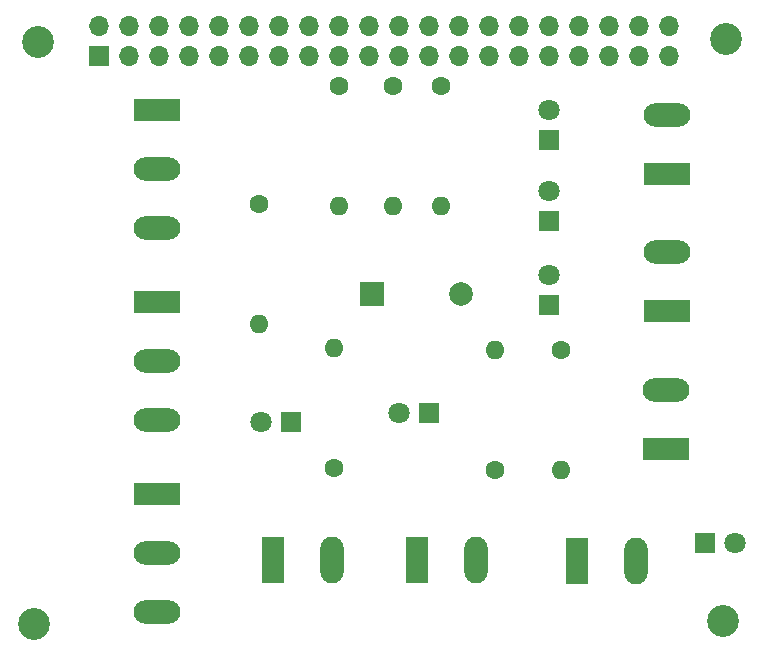
<source format=gbr>
G04 #@! TF.GenerationSoftware,KiCad,Pcbnew,(5.1.7)-1*
G04 #@! TF.CreationDate,2020-11-02T15:49:25+01:00*
G04 #@! TF.ProjectId,raspberrypi-gpio-40pin,72617370-6265-4727-9279-70692d677069,rev?*
G04 #@! TF.SameCoordinates,Original*
G04 #@! TF.FileFunction,Soldermask,Top*
G04 #@! TF.FilePolarity,Negative*
%FSLAX46Y46*%
G04 Gerber Fmt 4.6, Leading zero omitted, Abs format (unit mm)*
G04 Created by KiCad (PCBNEW (5.1.7)-1) date 2020-11-02 15:49:25*
%MOMM*%
%LPD*%
G01*
G04 APERTURE LIST*
%ADD10O,1.600000X1.600000*%
%ADD11C,1.600000*%
%ADD12R,1.980000X3.960000*%
%ADD13O,1.980000X3.960000*%
%ADD14R,2.000000X2.000000*%
%ADD15C,2.000000*%
%ADD16O,3.960000X1.980000*%
%ADD17R,3.960000X1.980000*%
%ADD18C,2.700000*%
%ADD19R,1.800000X1.800000*%
%ADD20C,1.800000*%
%ADD21R,1.700000X1.700000*%
%ADD22O,1.700000X1.700000*%
G04 APERTURE END LIST*
D10*
X228575000Y-123457000D03*
D11*
X228575000Y-133617000D03*
D12*
X223368000Y-141364000D03*
D13*
X228368000Y-141364000D03*
D14*
X231750000Y-118885000D03*
D15*
X239350000Y-118885000D03*
D16*
X213589000Y-145776000D03*
X213589000Y-140776000D03*
D17*
X213589000Y-135776000D03*
D18*
X261500000Y-146500000D03*
X203175000Y-146825000D03*
X261722000Y-97295000D03*
X203500000Y-97500000D03*
D19*
X246736000Y-112662000D03*
D20*
X246736000Y-110122000D03*
X222352000Y-129680000D03*
D19*
X224892000Y-129680000D03*
X236576000Y-128918000D03*
D20*
X234036000Y-128918000D03*
X246736000Y-117234000D03*
D19*
X246736000Y-119774000D03*
D20*
X246736000Y-103264000D03*
D19*
X246736000Y-105804000D03*
X259944000Y-139967000D03*
D20*
X262484000Y-139967000D03*
D16*
X256769000Y-115282000D03*
D17*
X256769000Y-120282000D03*
D21*
X208636000Y-98692000D03*
D22*
X208636000Y-96152000D03*
X211176000Y-98692000D03*
X211176000Y-96152000D03*
X213716000Y-98692000D03*
X213716000Y-96152000D03*
X216256000Y-98692000D03*
X216256000Y-96152000D03*
X218796000Y-98692000D03*
X218796000Y-96152000D03*
X221336000Y-98692000D03*
X221336000Y-96152000D03*
X223876000Y-98692000D03*
X223876000Y-96152000D03*
X226416000Y-98692000D03*
X226416000Y-96152000D03*
X228956000Y-98692000D03*
X228956000Y-96152000D03*
X231496000Y-98692000D03*
X231496000Y-96152000D03*
X234036000Y-98692000D03*
X234036000Y-96152000D03*
X236576000Y-98692000D03*
X236576000Y-96152000D03*
X239116000Y-98692000D03*
X239116000Y-96152000D03*
X241656000Y-98692000D03*
X241656000Y-96152000D03*
X244196000Y-98692000D03*
X244196000Y-96152000D03*
X246736000Y-98692000D03*
X246736000Y-96152000D03*
X249276000Y-98692000D03*
X249276000Y-96152000D03*
X251816000Y-98692000D03*
X251816000Y-96152000D03*
X254356000Y-98692000D03*
X254356000Y-96152000D03*
X256896000Y-98692000D03*
X256896000Y-96152000D03*
D17*
X213589000Y-119520000D03*
D16*
X213589000Y-124520000D03*
X213589000Y-129520000D03*
D12*
X235560000Y-141364000D03*
D13*
X240560000Y-141364000D03*
D16*
X256642000Y-126966000D03*
D17*
X256642000Y-131966000D03*
X256769000Y-108725000D03*
D16*
X256769000Y-103725000D03*
D13*
X254149000Y-141491000D03*
D12*
X249149000Y-141491000D03*
D17*
X213589000Y-103264000D03*
D16*
X213589000Y-108264000D03*
X213589000Y-113264000D03*
D11*
X222225000Y-111265000D03*
D10*
X222225000Y-121425000D03*
D11*
X233528000Y-101232000D03*
D10*
X233528000Y-111392000D03*
D11*
X242164000Y-133744000D03*
D10*
X242164000Y-123584000D03*
X228956000Y-111392000D03*
D11*
X228956000Y-101232000D03*
D10*
X237592000Y-111392000D03*
D11*
X237592000Y-101232000D03*
X247752000Y-123584000D03*
D10*
X247752000Y-133744000D03*
M02*

</source>
